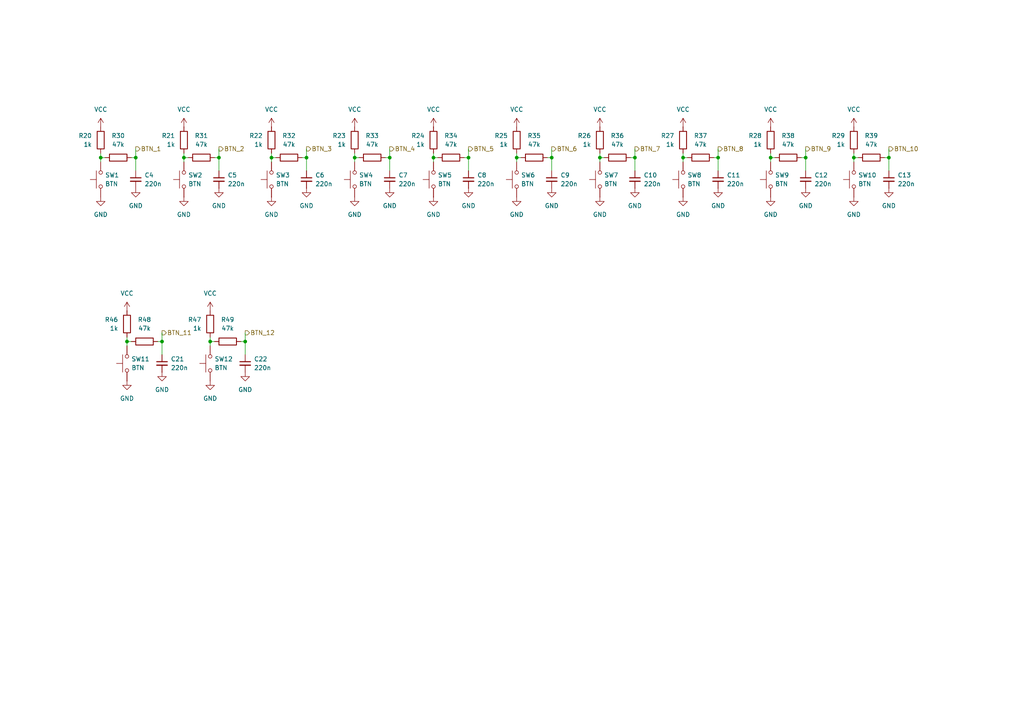
<source format=kicad_sch>
(kicad_sch (version 20250114) (generator "eeschema") (generator_version "9.0")
  (paper "A4")
  (lib_symbols
    (symbol "Device:C_Small" (pin_numbers (hide yes)) (pin_names (offset 0.254) (hide yes))
      (property "Reference" "C" (at 0.254 1.778 0))
      (property "Value" "C_Small" (at 0.254 -2.032 0))
      (symbol "C_Small_0_1"
        (polyline (pts (xy -1.524 0.508) (xy 1.524 0.508)) (stroke (width 0.3048)))
        (polyline (pts (xy -1.524 -0.508) (xy 1.524 -0.508)) (stroke (width 0.3302)))
      )
      (symbol "C_Small_1_1"
        (pin passive line (at 0 2.54 270) (length 2.032) (name "~") (number "1"))
        (pin passive line (at 0 -2.54 90) (length 2.032) (name "~") (number "2"))
      )
    )
    (symbol "Device:R" (pin_numbers (hide yes)) (pin_names (offset 0))
      (property "Reference" "R" (at 2.032 0 90))
      (property "Value" "R" (at 0 0 90))
      (symbol "R_0_1"
        (rectangle (start -1.016 -2.54) (end 1.016 2.54) (stroke (width 0.254)))
      )
      (symbol "R_1_1"
        (pin passive line (at 0 3.81 270) (length 1.27) (name "~") (number "1"))
        (pin passive line (at 0 -3.81 90) (length 1.27) (name "~") (number "2"))
      )
    )
    (symbol "Switch:SW_Push" (pin_numbers (hide yes)) (pin_names (offset 1.016) (hide yes))
      (property "Reference" "SW" (at 1.27 2.54 0))
      (property "Value" "SW_Push" (at 0 -1.524 0))
      (symbol "SW_Push_0_1"
        (circle (center -2.032 0) (radius 0.508))
        (polyline (pts (xy 0 1.27) (xy 0 3.048)))
        (circle (center 2.032 0) (radius 0.508))
        (polyline (pts (xy 2.54 1.27) (xy -2.54 1.27)))
        (pin passive line (at -5.08 0 0) (length 2.54) (name "1") (number "1"))
        (pin passive line (at 5.08 0 180) (length 2.54) (name "2") (number "2"))
      )
    )
    (symbol "power:GND" (power) (pin_numbers (hide yes)) (pin_names (offset 0) (hide yes))
      (property "Value" "GND" (at 0 -3.81 0))
      (symbol "GND_0_1"
        (polyline (pts (xy 0 0) (xy 0 -1.27) (xy 1.27 -1.27) (xy 0 -2.54) (xy -1.27 -1.27) (xy 0 -1.27)))
      )
      (symbol "GND_1_1"
        (pin power_in line (at 0 0 270) (length 0) (name "~") (number "1"))
      )
    )
    (symbol "power:VCC" (power) (pin_numbers (hide yes)) (pin_names (offset 0) (hide yes))
      (property "Value" "VCC" (at 0 3.556 0))
      (symbol "VCC_0_1"
        (polyline (pts (xy -0.762 1.27) (xy 0 2.54)))
        (polyline (pts (xy 0 2.54) (xy 0.762 1.27)))
        (polyline (pts (xy 0 0) (xy 0 2.54)))
      )
      (symbol "VCC_1_1"
        (pin power_in line (at 0 0 90) (length 0) (name "~") (number "1"))
      )
    )
  )
  (junction (at 247.65 45.72))
  (junction (at 173.99 45.72))
  (junction (at 113.03 45.72))
  (junction (at 39.37 45.72))
  (junction (at 53.34 45.72))
  (junction (at 257.81 45.72))
  (junction (at 29.21 45.72))
  (junction (at 36.83 99.06))
  (junction (at 160.02 45.72))
  (junction (at 88.9 45.72))
  (junction (at 71.12 99.06))
  (junction (at 223.52 45.72))
  (junction (at 102.87 45.72))
  (junction (at 208.28 45.72))
  (junction (at 233.68 45.72))
  (junction (at 184.15 45.72))
  (junction (at 149.86 45.72))
  (junction (at 78.74 45.72))
  (junction (at 135.89 45.72))
  (junction (at 198.12 45.72))
  (junction (at 125.73 45.72))
  (junction (at 60.96 99.06))
  (junction (at 46.99 99.06))
  (junction (at 63.5 45.72))
  (wire (pts (xy 208.28 45.72) (xy 207.01 45.72)))
  (wire (pts (xy 247.65 45.72) (xy 248.92 45.72)))
  (wire (pts (xy 149.86 45.72) (xy 151.13 45.72)))
  (wire (pts (xy 78.74 44.45) (xy 78.74 45.72)))
  (wire (pts (xy 88.9 49.53) (xy 88.9 45.72)))
  (wire (pts (xy 53.34 44.45) (xy 53.34 45.72)))
  (wire (pts (xy 247.65 44.45) (xy 247.65 45.72)))
  (wire (pts (xy 135.89 45.72) (xy 134.62 45.72)))
  (wire (pts (xy 60.96 99.06) (xy 60.96 100.33)))
  (wire (pts (xy 113.03 49.53) (xy 113.03 45.72)))
  (wire (pts (xy 208.28 43.18) (xy 208.28 45.72)))
  (wire (pts (xy 160.02 43.18) (xy 160.02 45.72)))
  (wire (pts (xy 233.68 49.53) (xy 233.68 45.72)))
  (wire (pts (xy 184.15 43.18) (xy 184.15 45.72)))
  (wire (pts (xy 60.96 99.06) (xy 62.23 99.06)))
  (wire (pts (xy 223.52 45.72) (xy 223.52 46.99)))
  (wire (pts (xy 198.12 45.72) (xy 198.12 46.99)))
  (wire (pts (xy 247.65 45.72) (xy 247.65 46.99)))
  (wire (pts (xy 257.81 49.53) (xy 257.81 45.72)))
  (wire (pts (xy 63.5 49.53) (xy 63.5 45.72)))
  (wire (pts (xy 173.99 44.45) (xy 173.99 45.72)))
  (wire (pts (xy 233.68 43.18) (xy 233.68 45.72)))
  (wire (pts (xy 53.34 45.72) (xy 54.61 45.72)))
  (wire (pts (xy 102.87 45.72) (xy 102.87 46.99)))
  (wire (pts (xy 88.9 43.18) (xy 88.9 45.72)))
  (wire (pts (xy 198.12 45.72) (xy 199.39 45.72)))
  (wire (pts (xy 71.12 99.06) (xy 69.85 99.06)))
  (wire (pts (xy 149.86 45.72) (xy 149.86 46.99)))
  (wire (pts (xy 102.87 44.45) (xy 102.87 45.72)))
  (wire (pts (xy 36.83 97.79) (xy 36.83 99.06)))
  (wire (pts (xy 223.52 44.45) (xy 223.52 45.72)))
  (wire (pts (xy 113.03 43.18) (xy 113.03 45.72)))
  (wire (pts (xy 173.99 45.72) (xy 175.26 45.72)))
  (wire (pts (xy 78.74 45.72) (xy 78.74 46.99)))
  (wire (pts (xy 36.83 99.06) (xy 38.1 99.06)))
  (wire (pts (xy 71.12 96.52) (xy 71.12 99.06)))
  (wire (pts (xy 102.87 45.72) (xy 104.14 45.72)))
  (wire (pts (xy 223.52 45.72) (xy 224.79 45.72)))
  (wire (pts (xy 160.02 49.53) (xy 160.02 45.72)))
  (wire (pts (xy 29.21 45.72) (xy 29.21 46.99)))
  (wire (pts (xy 46.99 96.52) (xy 46.99 99.06)))
  (wire (pts (xy 39.37 45.72) (xy 38.1 45.72)))
  (wire (pts (xy 46.99 99.06) (xy 45.72 99.06)))
  (wire (pts (xy 198.12 44.45) (xy 198.12 45.72)))
  (wire (pts (xy 135.89 49.53) (xy 135.89 45.72)))
  (wire (pts (xy 257.81 45.72) (xy 256.54 45.72)))
  (wire (pts (xy 160.02 45.72) (xy 158.75 45.72)))
  (wire (pts (xy 36.83 99.06) (xy 36.83 100.33)))
  (wire (pts (xy 39.37 49.53) (xy 39.37 45.72)))
  (wire (pts (xy 71.12 102.87) (xy 71.12 99.06)))
  (wire (pts (xy 125.73 45.72) (xy 127 45.72)))
  (wire (pts (xy 149.86 44.45) (xy 149.86 45.72)))
  (wire (pts (xy 208.28 49.53) (xy 208.28 45.72)))
  (wire (pts (xy 173.99 45.72) (xy 173.99 46.99)))
  (wire (pts (xy 113.03 45.72) (xy 111.76 45.72)))
  (wire (pts (xy 88.9 45.72) (xy 87.63 45.72)))
  (wire (pts (xy 184.15 45.72) (xy 182.88 45.72)))
  (wire (pts (xy 63.5 43.18) (xy 63.5 45.72)))
  (wire (pts (xy 135.89 43.18) (xy 135.89 45.72)))
  (wire (pts (xy 53.34 45.72) (xy 53.34 46.99)))
  (wire (pts (xy 78.74 45.72) (xy 80.01 45.72)))
  (wire (pts (xy 39.37 43.18) (xy 39.37 45.72)))
  (wire (pts (xy 63.5 45.72) (xy 62.23 45.72)))
  (wire (pts (xy 60.96 97.79) (xy 60.96 99.06)))
  (wire (pts (xy 29.21 45.72) (xy 30.48 45.72)))
  (wire (pts (xy 29.21 44.45) (xy 29.21 45.72)))
  (wire (pts (xy 184.15 49.53) (xy 184.15 45.72)))
  (wire (pts (xy 46.99 102.87) (xy 46.99 99.06)))
  (wire (pts (xy 125.73 45.72) (xy 125.73 46.99)))
  (wire (pts (xy 233.68 45.72) (xy 232.41 45.72)))
  (wire (pts (xy 257.81 43.18) (xy 257.81 45.72)))
  (wire (pts (xy 125.73 44.45) (xy 125.73 45.72)))
  (hierarchical_label "BTN_3" (shape output) (at 88.9 43.18 0))
  (hierarchical_label "BTN_7" (shape output) (at 184.15 43.18 0))
  (hierarchical_label "BTN_9" (shape output) (at 233.68 43.18 0))
  (hierarchical_label "BTN_8" (shape output) (at 208.28 43.18 0))
  (hierarchical_label "BTN_4" (shape output) (at 113.03 43.18 0))
  (hierarchical_label "BTN_11" (shape output) (at 46.99 96.52 0))
  (hierarchical_label "BTN_5" (shape output) (at 135.89 43.18 0))
  (hierarchical_label "BTN_2" (shape output) (at 63.5 43.18 0))
  (hierarchical_label "BTN_10" (shape output) (at 257.81 43.18 0))
  (hierarchical_label "BTN_12" (shape output) (at 71.12 96.52 0))
  (hierarchical_label "BTN_1" (shape output) (at 39.37 43.18 0))
  (hierarchical_label "BTN_6" (shape output) (at 160.02 43.18 0))
  (symbol (lib_id "Device:R") (at 53.34 40.64 0) (mirror y) (unit 1)
    (property "Reference" "R21" (at 50.8 39.3699 0) (effects (justify left)))
    (property "Value" "1k" (at 50.8 41.9099 0) (effects (justify left)))
    (property "Footprint" "Resistor_SMD:R_0603_1608Metric" (effects (hide yes)))
    (property "Description" "Resistor" (effects (hide yes)))
  )
  (symbol (lib_id "Device:C_Small") (at 135.89 52.07 0) (unit 1)
    (property "Reference" "C8" (at 138.43 50.8062 0) (effects (justify left)))
    (property "Value" "220n" (at 138.43 53.3462 0) (effects (justify left)))
    (property "Footprint" "Capacitor_SMD:C_0603_1608Metric" (effects (hide yes)))
    (property "Description" "Unpolarized capacitor, small symbol" (effects (hide yes)))
  )
  (symbol (lib_id "power:GND") (at 71.12 107.95 0) (unit 1)
    (property "Reference" "#PWR072" (effects (hide yes)))
    (property "Value" "GND" (at 71.12 113.03 0))
    (property "Description" "Power symbol creates a global label with name \"GND\" , ground" (effects (hide yes)))
  )
  (symbol (lib_id "Device:R") (at 228.6 45.72 90) (unit 1)
    (property "Reference" "R38" (at 228.6 39.37 90))
    (property "Value" "47k" (at 228.6 41.91 90))
    (property "Footprint" "Resistor_SMD:R_0603_1608Metric" (effects (hide yes)))
    (property "Description" "Resistor" (effects (hide yes)))
  )
  (symbol (lib_id "Device:C_Small") (at 208.28 52.07 0) (unit 1)
    (property "Reference" "C11" (at 210.82 50.8062 0) (effects (justify left)))
    (property "Value" "220n" (at 210.82 53.3462 0) (effects (justify left)))
    (property "Footprint" "Capacitor_SMD:C_0603_1608Metric" (effects (hide yes)))
    (property "Description" "Unpolarized capacitor, small symbol" (effects (hide yes)))
  )
  (symbol (lib_id "Device:R") (at 203.2 45.72 90) (unit 1)
    (property "Reference" "R37" (at 203.2 39.37 90))
    (property "Value" "47k" (at 203.2 41.91 90))
    (property "Footprint" "Resistor_SMD:R_0603_1608Metric" (effects (hide yes)))
    (property "Description" "Resistor" (effects (hide yes)))
  )
  (symbol (lib_id "Device:R") (at 252.73 45.72 90) (unit 1)
    (property "Reference" "R39" (at 252.73 39.37 90))
    (property "Value" "47k" (at 252.73 41.91 90))
    (property "Footprint" "Resistor_SMD:R_0603_1608Metric" (effects (hide yes)))
    (property "Description" "Resistor" (effects (hide yes)))
  )
  (symbol (lib_id "Switch:SW_Push") (at 53.34 52.07 90) (unit 1)
    (property "Reference" "SW2" (at 54.61 50.7999 90) (effects (justify right)))
    (property "Value" "BTN" (at 54.61 53.3399 90) (effects (justify right)))
    (property "Footprint" "Button_Switch_SMD:SW_SPST_PTS647_Sx50" (effects (hide yes)))
    (property "Description" "Push button switch, generic, two pins" (effects (hide yes)))
  )
  (symbol (lib_id "Device:R") (at 34.29 45.72 90) (unit 1)
    (property "Reference" "R30" (at 34.29 39.37 90))
    (property "Value" "47k" (at 34.29 41.91 90))
    (property "Footprint" "Resistor_SMD:R_0603_1608Metric" (effects (hide yes)))
    (property "Description" "Resistor" (effects (hide yes)))
  )
  (symbol (lib_id "power:VCC") (at 149.86 36.83 0) (unit 1)
    (property "Reference" "#PWR027" (effects (hide yes)))
    (property "Value" "VCC" (at 149.86 31.75 0))
    (property "Description" "Power symbol creates a global label with name \"VCC\"" (effects (hide yes)))
  )
  (symbol (lib_id "Switch:SW_Push") (at 173.99 52.07 90) (unit 1)
    (property "Reference" "SW7" (at 175.26 50.7999 90) (effects (justify right)))
    (property "Value" "BTN" (at 175.26 53.3399 90) (effects (justify right)))
    (property "Footprint" "Button_Switch_SMD:SW_SPST_PTS647_Sx50" (effects (hide yes)))
    (property "Description" "Push button switch, generic, two pins" (effects (hide yes)))
  )
  (symbol (lib_id "Device:C_Small") (at 233.68 52.07 0) (unit 1)
    (property "Reference" "C12" (at 236.22 50.8062 0) (effects (justify left)))
    (property "Value" "220n" (at 236.22 53.3462 0) (effects (justify left)))
    (property "Footprint" "Capacitor_SMD:C_0603_1608Metric" (effects (hide yes)))
    (property "Description" "Unpolarized capacitor, small symbol" (effects (hide yes)))
  )
  (symbol (lib_id "power:VCC") (at 36.83 90.17 0) (unit 1)
    (property "Reference" "#PWR060" (effects (hide yes)))
    (property "Value" "VCC" (at 36.83 85.09 0))
    (property "Description" "Power symbol creates a global label with name \"VCC\"" (effects (hide yes)))
  )
  (symbol (lib_id "power:GND") (at 39.37 54.61 0) (unit 1)
    (property "Reference" "#PWR033" (effects (hide yes)))
    (property "Value" "GND" (at 39.37 59.69 0))
    (property "Description" "Power symbol creates a global label with name \"GND\" , ground" (effects (hide yes)))
  )
  (symbol (lib_id "Device:R") (at 223.52 40.64 0) (mirror y) (unit 1)
    (property "Reference" "R28" (at 220.98 39.3699 0) (effects (justify left)))
    (property "Value" "1k" (at 220.98 41.9099 0) (effects (justify left)))
    (property "Footprint" "Resistor_SMD:R_0603_1608Metric" (effects (hide yes)))
    (property "Description" "Resistor" (effects (hide yes)))
  )
  (symbol (lib_id "power:GND") (at 63.5 54.61 0) (unit 1)
    (property "Reference" "#PWR034" (effects (hide yes)))
    (property "Value" "GND" (at 63.5 59.69 0))
    (property "Description" "Power symbol creates a global label with name \"GND\" , ground" (effects (hide yes)))
  )
  (symbol (lib_id "power:VCC") (at 78.74 36.83 0) (unit 1)
    (property "Reference" "#PWR024" (effects (hide yes)))
    (property "Value" "VCC" (at 78.74 31.75 0))
    (property "Description" "Power symbol creates a global label with name \"VCC\"" (effects (hide yes)))
  )
  (symbol (lib_id "Device:C_Small") (at 63.5 52.07 0) (unit 1)
    (property "Reference" "C5" (at 66.04 50.8062 0) (effects (justify left)))
    (property "Value" "220n" (at 66.04 53.3462 0) (effects (justify left)))
    (property "Footprint" "Capacitor_SMD:C_0603_1608Metric" (effects (hide yes)))
    (property "Description" "Unpolarized capacitor, small symbol" (effects (hide yes)))
  )
  (symbol (lib_id "Device:R") (at 66.04 99.06 90) (unit 1)
    (property "Reference" "R49" (at 66.04 92.71 90))
    (property "Value" "47k" (at 66.04 95.25 90))
    (property "Footprint" "Resistor_SMD:R_0603_1608Metric" (effects (hide yes)))
    (property "Description" "Resistor" (effects (hide yes)))
  )
  (symbol (lib_id "power:GND") (at 149.86 57.15 0) (unit 1)
    (property "Reference" "#PWR049" (effects (hide yes)))
    (property "Value" "GND" (at 149.86 62.23 0))
    (property "Description" "Power symbol creates a global label with name \"GND\" , ground" (effects (hide yes)))
  )
  (symbol (lib_id "Device:C_Small") (at 257.81 52.07 0) (unit 1)
    (property "Reference" "C13" (at 260.35 50.8062 0) (effects (justify left)))
    (property "Value" "220n" (at 260.35 53.3462 0) (effects (justify left)))
    (property "Footprint" "Capacitor_SMD:C_0603_1608Metric" (effects (hide yes)))
    (property "Description" "Unpolarized capacitor, small symbol" (effects (hide yes)))
  )
  (symbol (lib_id "Device:R") (at 125.73 40.64 0) (mirror y) (unit 1)
    (property "Reference" "R24" (at 123.19 39.3699 0) (effects (justify left)))
    (property "Value" "1k" (at 123.19 41.9099 0) (effects (justify left)))
    (property "Footprint" "Resistor_SMD:R_0603_1608Metric" (effects (hide yes)))
    (property "Description" "Resistor" (effects (hide yes)))
  )
  (symbol (lib_id "power:GND") (at 208.28 54.61 0) (unit 1)
    (property "Reference" "#PWR040" (effects (hide yes)))
    (property "Value" "GND" (at 208.28 59.69 0))
    (property "Description" "Power symbol creates a global label with name \"GND\" , ground" (effects (hide yes)))
  )
  (symbol (lib_id "Device:C_Small") (at 71.12 105.41 0) (unit 1)
    (property "Reference" "C22" (at 73.66 104.1462 0) (effects (justify left)))
    (property "Value" "220n" (at 73.66 106.6862 0) (effects (justify left)))
    (property "Footprint" "Capacitor_SMD:C_0603_1608Metric" (effects (hide yes)))
    (property "Description" "Unpolarized capacitor, small symbol" (effects (hide yes)))
  )
  (symbol (lib_id "power:VCC") (at 125.73 36.83 0) (unit 1)
    (property "Reference" "#PWR026" (effects (hide yes)))
    (property "Value" "VCC" (at 125.73 31.75 0))
    (property "Description" "Power symbol creates a global label with name \"VCC\"" (effects (hide yes)))
  )
  (symbol (lib_id "power:VCC") (at 247.65 36.83 0) (unit 1)
    (property "Reference" "#PWR031" (effects (hide yes)))
    (property "Value" "VCC" (at 247.65 31.75 0))
    (property "Description" "Power symbol creates a global label with name \"VCC\"" (effects (hide yes)))
  )
  (symbol (lib_id "Switch:SW_Push") (at 60.96 105.41 90) (unit 1)
    (property "Reference" "SW12" (at 62.23 104.1399 90) (effects (justify right)))
    (property "Value" "BTN" (at 62.23 106.6799 90) (effects (justify right)))
    (property "Footprint" "Button_Switch_SMD:SW_SPST_PTS647_Sx50" (effects (hide yes)))
    (property "Description" "Push button switch, generic, two pins" (effects (hide yes)))
  )
  (symbol (lib_id "power:VCC") (at 223.52 36.83 0) (unit 1)
    (property "Reference" "#PWR030" (effects (hide yes)))
    (property "Value" "VCC" (at 223.52 31.75 0))
    (property "Description" "Power symbol creates a global label with name \"VCC\"" (effects (hide yes)))
  )
  (symbol (lib_id "Switch:SW_Push") (at 223.52 52.07 90) (unit 1)
    (property "Reference" "SW9" (at 224.79 50.7999 90) (effects (justify right)))
    (property "Value" "BTN" (at 224.79 53.3399 90) (effects (justify right)))
    (property "Footprint" "Button_Switch_SMD:SW_SPST_PTS647_Sx50" (effects (hide yes)))
    (property "Description" "Push button switch, generic, two pins" (effects (hide yes)))
  )
  (symbol (lib_id "power:GND") (at 53.34 57.15 0) (unit 1)
    (property "Reference" "#PWR045" (effects (hide yes)))
    (property "Value" "GND" (at 53.34 62.23 0))
    (property "Description" "Power symbol creates a global label with name \"GND\" , ground" (effects (hide yes)))
  )
  (symbol (lib_id "Device:R") (at 41.91 99.06 90) (unit 1)
    (property "Reference" "R48" (at 41.91 92.71 90))
    (property "Value" "47k" (at 41.91 95.25 90))
    (property "Footprint" "Resistor_SMD:R_0603_1608Metric" (effects (hide yes)))
    (property "Description" "Resistor" (effects (hide yes)))
  )
  (symbol (lib_id "Device:C_Small") (at 39.37 52.07 0) (unit 1)
    (property "Reference" "C4" (at 41.91 50.8062 0) (effects (justify left)))
    (property "Value" "220n" (at 41.91 53.3462 0) (effects (justify left)))
    (property "Footprint" "Capacitor_SMD:C_0603_1608Metric" (effects (hide yes)))
    (property "Description" "Unpolarized capacitor, small symbol" (effects (hide yes)))
  )
  (symbol (lib_id "Switch:SW_Push") (at 29.21 52.07 90) (unit 1)
    (property "Reference" "SW1" (at 30.48 50.7999 90) (effects (justify right)))
    (property "Value" "BTN" (at 30.48 53.3399 90) (effects (justify right)))
    (property "Footprint" "Button_Switch_SMD:SW_SPST_PTS647_Sx50" (effects (hide yes)))
    (property "Description" "Push button switch, generic, two pins" (effects (hide yes)))
  )
  (symbol (lib_id "power:GND") (at 233.68 54.61 0) (unit 1)
    (property "Reference" "#PWR041" (effects (hide yes)))
    (property "Value" "GND" (at 233.68 59.69 0))
    (property "Description" "Power symbol creates a global label with name \"GND\" , ground" (effects (hide yes)))
  )
  (symbol (lib_id "power:GND") (at 184.15 54.61 0) (unit 1)
    (property "Reference" "#PWR039" (effects (hide yes)))
    (property "Value" "GND" (at 184.15 59.69 0))
    (property "Description" "Power symbol creates a global label with name \"GND\" , ground" (effects (hide yes)))
  )
  (symbol (lib_id "power:VCC") (at 60.96 90.17 0) (unit 1)
    (property "Reference" "#PWR061" (effects (hide yes)))
    (property "Value" "VCC" (at 60.96 85.09 0))
    (property "Description" "Power symbol creates a global label with name \"VCC\"" (effects (hide yes)))
  )
  (symbol (lib_id "Device:R") (at 83.82 45.72 90) (unit 1)
    (property "Reference" "R32" (at 83.82 39.37 90))
    (property "Value" "47k" (at 83.82 41.91 90))
    (property "Footprint" "Resistor_SMD:R_0603_1608Metric" (effects (hide yes)))
    (property "Description" "Resistor" (effects (hide yes)))
  )
  (symbol (lib_id "power:GND") (at 46.99 107.95 0) (unit 1)
    (property "Reference" "#PWR071" (effects (hide yes)))
    (property "Value" "GND" (at 46.99 113.03 0))
    (property "Description" "Power symbol creates a global label with name \"GND\" , ground" (effects (hide yes)))
  )
  (symbol (lib_id "Device:R") (at 130.81 45.72 90) (unit 1)
    (property "Reference" "R34" (at 130.81 39.37 90))
    (property "Value" "47k" (at 130.81 41.91 90))
    (property "Footprint" "Resistor_SMD:R_0603_1608Metric" (effects (hide yes)))
    (property "Description" "Resistor" (effects (hide yes)))
  )
  (symbol (lib_id "power:GND") (at 173.99 57.15 0) (unit 1)
    (property "Reference" "#PWR050" (effects (hide yes)))
    (property "Value" "GND" (at 173.99 62.23 0))
    (property "Description" "Power symbol creates a global label with name \"GND\" , ground" (effects (hide yes)))
  )
  (symbol (lib_id "Device:R") (at 198.12 40.64 0) (mirror y) (unit 1)
    (property "Reference" "R27" (at 195.58 39.3699 0) (effects (justify left)))
    (property "Value" "1k" (at 195.58 41.9099 0) (effects (justify left)))
    (property "Footprint" "Resistor_SMD:R_0603_1608Metric" (effects (hide yes)))
    (property "Description" "Resistor" (effects (hide yes)))
  )
  (symbol (lib_id "Device:R") (at 60.96 93.98 0) (mirror y) (unit 1)
    (property "Reference" "R47" (at 58.42 92.7099 0) (effects (justify left)))
    (property "Value" "1k" (at 58.42 95.2499 0) (effects (justify left)))
    (property "Footprint" "Resistor_SMD:R_0603_1608Metric" (effects (hide yes)))
    (property "Description" "Resistor" (effects (hide yes)))
  )
  (symbol (lib_id "Device:R") (at 154.94 45.72 90) (unit 1)
    (property "Reference" "R35" (at 154.94 39.37 90))
    (property "Value" "47k" (at 154.94 41.91 90))
    (property "Footprint" "Resistor_SMD:R_0603_1608Metric" (effects (hide yes)))
    (property "Description" "Resistor" (effects (hide yes)))
  )
  (symbol (lib_id "Device:R") (at 29.21 40.64 0) (mirror y) (unit 1)
    (property "Reference" "R20" (at 26.67 39.3699 0) (effects (justify left)))
    (property "Value" "1k" (at 26.67 41.9099 0) (effects (justify left)))
    (property "Footprint" "Resistor_SMD:R_0603_1608Metric" (effects (hide yes)))
    (property "Description" "Resistor" (effects (hide yes)))
  )
  (symbol (lib_id "Device:C_Small") (at 113.03 52.07 0) (unit 1)
    (property "Reference" "C7" (at 115.57 50.8062 0) (effects (justify left)))
    (property "Value" "220n" (at 115.57 53.3462 0) (effects (justify left)))
    (property "Footprint" "Capacitor_SMD:C_0603_1608Metric" (effects (hide yes)))
    (property "Description" "Unpolarized capacitor, small symbol" (effects (hide yes)))
  )
  (symbol (lib_id "Switch:SW_Push") (at 125.73 52.07 90) (unit 1)
    (property "Reference" "SW5" (at 127 50.7999 90) (effects (justify right)))
    (property "Value" "BTN" (at 127 53.3399 90) (effects (justify right)))
    (property "Footprint" "Button_Switch_SMD:SW_SPST_PTS647_Sx50" (effects (hide yes)))
    (property "Description" "Push button switch, generic, two pins" (effects (hide yes)))
  )
  (symbol (lib_id "power:GND") (at 102.87 57.15 0) (unit 1)
    (property "Reference" "#PWR047" (effects (hide yes)))
    (property "Value" "GND" (at 102.87 62.23 0))
    (property "Description" "Power symbol creates a global label with name \"GND\" , ground" (effects (hide yes)))
  )
  (symbol (lib_id "Device:R") (at 36.83 93.98 0) (mirror y) (unit 1)
    (property "Reference" "R46" (at 34.29 92.7099 0) (effects (justify left)))
    (property "Value" "1k" (at 34.29 95.2499 0) (effects (justify left)))
    (property "Footprint" "Resistor_SMD:R_0603_1608Metric" (effects (hide yes)))
    (property "Description" "Resistor" (effects (hide yes)))
  )
  (symbol (lib_id "power:VCC") (at 29.21 36.83 0) (unit 1)
    (property "Reference" "#PWR022" (effects (hide yes)))
    (property "Value" "VCC" (at 29.21 31.75 0))
    (property "Description" "Power symbol creates a global label with name \"VCC\"" (effects (hide yes)))
  )
  (symbol (lib_id "Device:C_Small") (at 88.9 52.07 0) (unit 1)
    (property "Reference" "C6" (at 91.44 50.8062 0) (effects (justify left)))
    (property "Value" "220n" (at 91.44 53.3462 0) (effects (justify left)))
    (property "Footprint" "Capacitor_SMD:C_0603_1608Metric" (effects (hide yes)))
    (property "Description" "Unpolarized capacitor, small symbol" (effects (hide yes)))
  )
  (symbol (lib_id "Device:R") (at 107.95 45.72 90) (unit 1)
    (property "Reference" "R33" (at 107.95 39.37 90))
    (property "Value" "47k" (at 107.95 41.91 90))
    (property "Footprint" "Resistor_SMD:R_0603_1608Metric" (effects (hide yes)))
    (property "Description" "Resistor" (effects (hide yes)))
  )
  (symbol (lib_id "Device:R") (at 102.87 40.64 0) (mirror y) (unit 1)
    (property "Reference" "R23" (at 100.33 39.3699 0) (effects (justify left)))
    (property "Value" "1k" (at 100.33 41.9099 0) (effects (justify left)))
    (property "Footprint" "Resistor_SMD:R_0603_1608Metric" (effects (hide yes)))
    (property "Description" "Resistor" (effects (hide yes)))
  )
  (symbol (lib_id "Device:R") (at 247.65 40.64 0) (mirror y) (unit 1)
    (property "Reference" "R29" (at 245.11 39.3699 0) (effects (justify left)))
    (property "Value" "1k" (at 245.11 41.9099 0) (effects (justify left)))
    (property "Footprint" "Resistor_SMD:R_0603_1608Metric" (effects (hide yes)))
    (property "Description" "Resistor" (effects (hide yes)))
  )
  (symbol (lib_id "Switch:SW_Push") (at 78.74 52.07 90) (unit 1)
    (property "Reference" "SW3" (at 80.01 50.7999 90) (effects (justify right)))
    (property "Value" "BTN" (at 80.01 53.3399 90) (effects (justify right)))
    (property "Footprint" "Button_Switch_SMD:SW_SPST_PTS647_Sx50" (effects (hide yes)))
    (property "Description" "Push button switch, generic, two pins" (effects (hide yes)))
  )
  (symbol (lib_id "Device:C_Small") (at 184.15 52.07 0) (unit 1)
    (property "Reference" "C10" (at 186.69 50.8062 0) (effects (justify left)))
    (property "Value" "220n" (at 186.69 53.3462 0) (effects (justify left)))
    (property "Footprint" "Capacitor_SMD:C_0603_1608Metric" (effects (hide yes)))
    (property "Description" "Unpolarized capacitor, small symbol" (effects (hide yes)))
  )
  (symbol (lib_id "power:GND") (at 257.81 54.61 0) (unit 1)
    (property "Reference" "#PWR042" (effects (hide yes)))
    (property "Value" "GND" (at 257.81 59.69 0))
    (property "Description" "Power symbol creates a global label with name \"GND\" , ground" (effects (hide yes)))
  )
  (symbol (lib_id "power:GND") (at 36.83 110.49 0) (unit 1)
    (property "Reference" "#PWR073" (effects (hide yes)))
    (property "Value" "GND" (at 36.83 115.57 0))
    (property "Description" "Power symbol creates a global label with name \"GND\" , ground" (effects (hide yes)))
  )
  (symbol (lib_id "power:GND") (at 29.21 57.15 0) (unit 1)
    (property "Reference" "#PWR044" (effects (hide yes)))
    (property "Value" "GND" (at 29.21 62.23 0))
    (property "Description" "Power symbol creates a global label with name \"GND\" , ground" (effects (hide yes)))
  )
  (symbol (lib_id "power:GND") (at 113.03 54.61 0) (unit 1)
    (property "Reference" "#PWR036" (effects (hide yes)))
    (property "Value" "GND" (at 113.03 59.69 0))
    (property "Description" "Power symbol creates a global label with name \"GND\" , ground" (effects (hide yes)))
  )
  (symbol (lib_id "Device:R") (at 179.07 45.72 90) (unit 1)
    (property "Reference" "R36" (at 179.07 39.37 90))
    (property "Value" "47k" (at 179.07 41.91 90))
    (property "Footprint" "Resistor_SMD:R_0603_1608Metric" (effects (hide yes)))
    (property "Description" "Resistor" (effects (hide yes)))
  )
  (symbol (lib_id "Device:R") (at 149.86 40.64 0) (mirror y) (unit 1)
    (property "Reference" "R25" (at 147.32 39.3699 0) (effects (justify left)))
    (property "Value" "1k" (at 147.32 41.9099 0) (effects (justify left)))
    (property "Footprint" "Resistor_SMD:R_0603_1608Metric" (effects (hide yes)))
    (property "Description" "Resistor" (effects (hide yes)))
  )
  (symbol (lib_id "Device:R") (at 173.99 40.64 0) (mirror y) (unit 1)
    (property "Reference" "R26" (at 171.45 39.3699 0) (effects (justify left)))
    (property "Value" "1k" (at 171.45 41.9099 0) (effects (justify left)))
    (property "Footprint" "Resistor_SMD:R_0603_1608Metric" (effects (hide yes)))
    (property "Description" "Resistor" (effects (hide yes)))
  )
  (symbol (lib_id "power:GND") (at 125.73 57.15 0) (unit 1)
    (property "Reference" "#PWR048" (effects (hide yes)))
    (property "Value" "GND" (at 125.73 62.23 0))
    (property "Description" "Power symbol creates a global label with name \"GND\" , ground" (effects (hide yes)))
  )
  (symbol (lib_id "power:GND") (at 60.96 110.49 0) (unit 1)
    (property "Reference" "#PWR074" (effects (hide yes)))
    (property "Value" "GND" (at 60.96 115.57 0))
    (property "Description" "Power symbol creates a global label with name \"GND\" , ground" (effects (hide yes)))
  )
  (symbol (lib_id "power:GND") (at 88.9 54.61 0) (unit 1)
    (property "Reference" "#PWR035" (effects (hide yes)))
    (property "Value" "GND" (at 88.9 59.69 0))
    (property "Description" "Power symbol creates a global label with name \"GND\" , ground" (effects (hide yes)))
  )
  (symbol (lib_id "Switch:SW_Push") (at 247.65 52.07 90) (unit 1)
    (property "Reference" "SW10" (at 248.92 50.7999 90) (effects (justify right)))
    (property "Value" "BTN" (at 248.92 53.3399 90) (effects (justify right)))
    (property "Footprint" "Button_Switch_SMD:SW_SPST_PTS647_Sx50" (effects (hide yes)))
    (property "Description" "Push button switch, generic, two pins" (effects (hide yes)))
  )
  (symbol (lib_id "Device:C_Small") (at 46.99 105.41 0) (unit 1)
    (property "Reference" "C21" (at 49.53 104.1462 0) (effects (justify left)))
    (property "Value" "220n" (at 49.53 106.6862 0) (effects (justify left)))
    (property "Footprint" "Capacitor_SMD:C_0603_1608Metric" (effects (hide yes)))
    (property "Description" "Unpolarized capacitor, small symbol" (effects (hide yes)))
  )
  (symbol (lib_id "Switch:SW_Push") (at 36.83 105.41 90) (unit 1)
    (property "Reference" "SW11" (at 38.1 104.1399 90) (effects (justify right)))
    (property "Value" "BTN" (at 38.1 106.6799 90) (effects (justify right)))
    (property "Footprint" "Button_Switch_SMD:SW_SPST_PTS647_Sx50" (effects (hide yes)))
    (property "Description" "Push button switch, generic, two pins" (effects (hide yes)))
  )
  (symbol (lib_id "power:GND") (at 78.74 57.15 0) (unit 1)
    (property "Reference" "#PWR046" (effects (hide yes)))
    (property "Value" "GND" (at 78.74 62.23 0))
    (property "Description" "Power symbol creates a global label with name \"GND\" , ground" (effects (hide yes)))
  )
  (symbol (lib_id "Switch:SW_Push") (at 102.87 52.07 90) (unit 1)
    (property "Reference" "SW4" (at 104.14 50.7999 90) (effects (justify right)))
    (property "Value" "BTN" (at 104.14 53.3399 90) (effects (justify right)))
    (property "Footprint" "Button_Switch_SMD:SW_SPST_PTS647_Sx50" (effects (hide yes)))
    (property "Description" "Push button switch, generic, two pins" (effects (hide yes)))
  )
  (symbol (lib_id "Device:R") (at 78.74 40.64 0) (mirror y) (unit 1)
    (property "Reference" "R22" (at 76.2 39.3699 0) (effects (justify left)))
    (property "Value" "1k" (at 76.2 41.9099 0) (effects (justify left)))
    (property "Footprint" "Resistor_SMD:R_0603_1608Metric" (effects (hide yes)))
    (property "Description" "Resistor" (effects (hide yes)))
  )
  (symbol (lib_id "power:GND") (at 198.12 57.15 0) (unit 1)
    (property "Reference" "#PWR051" (effects (hide yes)))
    (property "Value" "GND" (at 198.12 62.23 0))
    (property "Description" "Power symbol creates a global label with name \"GND\" , ground" (effects (hide yes)))
  )
  (symbol (lib_id "power:VCC") (at 198.12 36.83 0) (unit 1)
    (property "Reference" "#PWR029" (effects (hide yes)))
    (property "Value" "VCC" (at 198.12 31.75 0))
    (property "Description" "Power symbol creates a global label with name \"VCC\"" (effects (hide yes)))
  )
  (symbol (lib_id "power:GND") (at 135.89 54.61 0) (unit 1)
    (property "Reference" "#PWR037" (effects (hide yes)))
    (property "Value" "GND" (at 135.89 59.69 0))
    (property "Description" "Power symbol creates a global label with name \"GND\" , ground" (effects (hide yes)))
  )
  (symbol (lib_id "power:VCC") (at 53.34 36.83 0) (unit 1)
    (property "Reference" "#PWR023" (effects (hide yes)))
    (property "Value" "VCC" (at 53.34 31.75 0))
    (property "Description" "Power symbol creates a global label with name \"VCC\"" (effects (hide yes)))
  )
  (symbol (lib_id "Switch:SW_Push") (at 149.86 52.07 90) (unit 1)
    (property "Reference" "SW6" (at 151.13 50.7999 90) (effects (justify right)))
    (property "Value" "BTN" (at 151.13 53.3399 90) (effects (justify right)))
    (property "Footprint" "Button_Switch_SMD:SW_SPST_PTS647_Sx50" (effects (hide yes)))
    (property "Description" "Push button switch, generic, two pins" (effects (hide yes)))
  )
  (symbol (lib_id "Device:R") (at 58.42 45.72 90) (unit 1)
    (property "Reference" "R31" (at 58.42 39.37 90))
    (property "Value" "47k" (at 58.42 41.91 90))
    (property "Footprint" "Resistor_SMD:R_0603_1608Metric" (effects (hide yes)))
    (property "Description" "Resistor" (effects (hide yes)))
  )
  (symbol (lib_id "power:VCC") (at 102.87 36.83 0) (unit 1)
    (property "Reference" "#PWR025" (effects (hide yes)))
    (property "Value" "VCC" (at 102.87 31.75 0))
    (property "Description" "Power symbol creates a global label with name \"VCC\"" (effects (hide yes)))
  )
  (symbol (lib_id "Switch:SW_Push") (at 198.12 52.07 90) (unit 1)
    (property "Reference" "SW8" (at 199.39 50.7999 90) (effects (justify right)))
    (property "Value" "BTN" (at 199.39 53.3399 90) (effects (justify right)))
    (property "Footprint" "Button_Switch_SMD:SW_SPST_PTS647_Sx50" (effects (hide yes)))
    (property "Description" "Push button switch, generic, two pins" (effects (hide yes)))
  )
  (symbol (lib_id "power:VCC") (at 173.99 36.83 0) (unit 1)
    (property "Reference" "#PWR028" (effects (hide yes)))
    (property "Value" "VCC" (at 173.99 31.75 0))
    (property "Description" "Power symbol creates a global label with name \"VCC\"" (effects (hide yes)))
  )
  (symbol (lib_id "power:GND") (at 223.52 57.15 0) (unit 1)
    (property "Reference" "#PWR052" (effects (hide yes)))
    (property "Value" "GND" (at 223.52 62.23 0))
    (property "Description" "Power symbol creates a global label with name \"GND\" , ground" (effects (hide yes)))
  )
  (symbol (lib_id "Device:C_Small") (at 160.02 52.07 0) (unit 1)
    (property "Reference" "C9" (at 162.56 50.8062 0) (effects (justify left)))
    (property "Value" "220n" (at 162.56 53.3462 0) (effects (justify left)))
    (property "Footprint" "Capacitor_SMD:C_0603_1608Metric" (effects (hide yes)))
    (property "Description" "Unpolarized capacitor, small symbol" (effects (hide yes)))
  )
  (symbol (lib_id "power:GND") (at 247.65 57.15 0) (unit 1)
    (property "Reference" "#PWR053" (effects (hide yes)))
    (property "Value" "GND" (at 247.65 62.23 0))
    (property "Description" "Power symbol creates a global label with name \"GND\" , ground" (effects (hide yes)))
  )
  (symbol (lib_id "power:GND") (at 160.02 54.61 0) (unit 1)
    (property "Reference" "#PWR038" (effects (hide yes)))
    (property "Value" "GND" (at 160.02 59.69 0))
    (property "Description" "Power symbol creates a global label with name \"GND\" , ground" (effects (hide yes)))
  )
)
</source>
